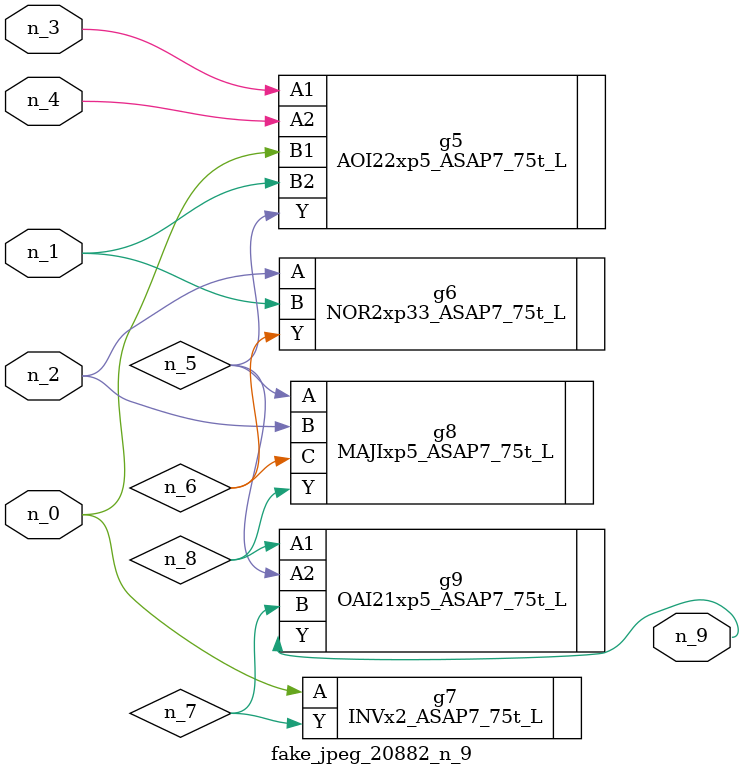
<source format=v>
module fake_jpeg_20882_n_9 (n_3, n_2, n_1, n_0, n_4, n_9);

input n_3;
input n_2;
input n_1;
input n_0;
input n_4;

output n_9;

wire n_8;
wire n_6;
wire n_5;
wire n_7;

AOI22xp5_ASAP7_75t_L g5 ( 
.A1(n_3),
.A2(n_4),
.B1(n_0),
.B2(n_1),
.Y(n_5)
);

NOR2xp33_ASAP7_75t_L g6 ( 
.A(n_2),
.B(n_1),
.Y(n_6)
);

INVx2_ASAP7_75t_L g7 ( 
.A(n_0),
.Y(n_7)
);

MAJIxp5_ASAP7_75t_L g8 ( 
.A(n_5),
.B(n_2),
.C(n_6),
.Y(n_8)
);

OAI21xp5_ASAP7_75t_L g9 ( 
.A1(n_8),
.A2(n_5),
.B(n_7),
.Y(n_9)
);


endmodule
</source>
